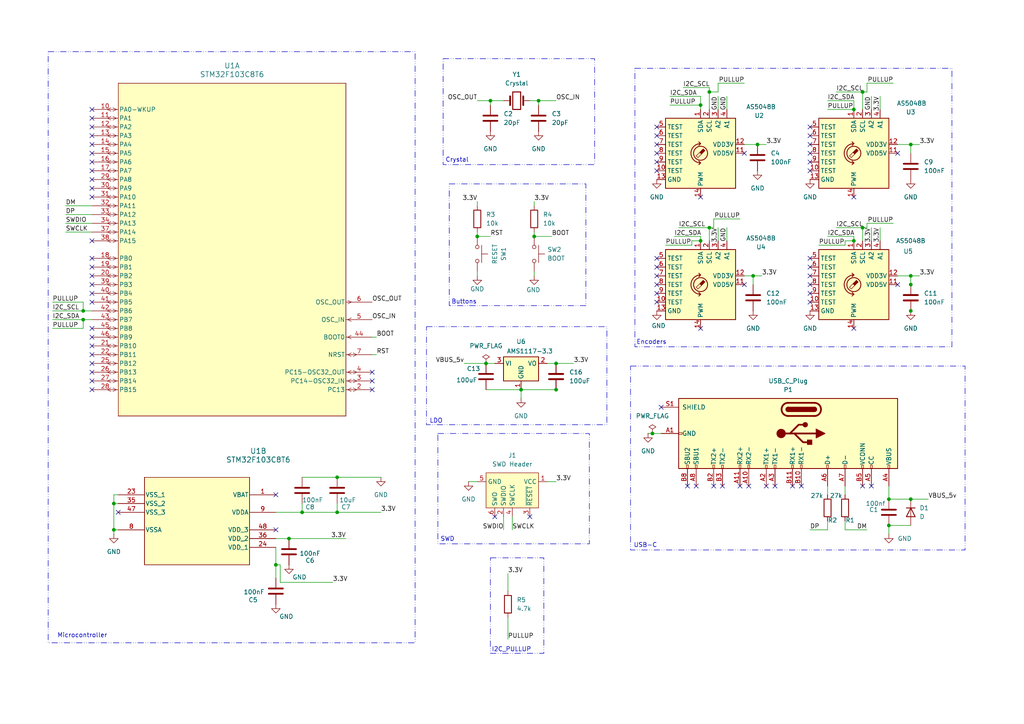
<source format=kicad_sch>
(kicad_sch (version 20250114) (generator "eeschema") (generator_version "9.0")
  (paper "A4")
  (lib_symbols
    (symbol "Connector:Conn_ARM_SWD_TagConnect_TC2030-NL" (in_bom no)
      (property "Reference" "J" (at 2.54 11.43 0))
      (property "Value" "Conn_ARM_SWD_TagConnect_TC2030-NL" (at 2.54 8.89 0))
      (symbol "Conn_ARM_SWD_TagConnect_TC2030-NL_0_0"
        (pin power_in line (at -2.54 10.16 270) (length 2.54) (name "VCC") (number "1"))
        (pin power_in line (at -2.54 -10.16 90) (length 2.54) (name "GND") (number "5"))
        (pin open_collector line (at 7.62 5.08 180) (length 2.54) (name "~{RESET}") (number "3"))
        (pin output line (at 7.62 0 180) (length 2.54) (name "SWCLK") (number "4"))
        (pin bidirectional line (at 7.62 -2.54 180) (length 2.54) (name "SWDIO") (number "2"))
        (pin input line (at 7.62 -5.08 180) (length 2.54) (name "SWO") (number "6"))
      )
    )
    (symbol "Connector:USB_C_Plug" (pin_names (offset 1.016))
      (property "Reference" "P" (at -10.16 29.21 0))
      (property "Value" "USB_C_Plug" (at 10.16 29.21 0))
      (symbol "USB_C_Plug_1_1"
        (pin passive line (at -7.62 -40.64 90) (length 5.08) (name "SHIELD") (number "S1"))
        (pin passive line (at 0 -40.64 90) (length 5.08) (name "GND") (number "A1"))
        (pin passive line (at 0 -40.64 90) (length 5.08) (hide yes) (name "GND") (number "A12"))
        (pin passive line (at 0 -40.64 90) (length 5.08) (hide yes) (name "GND") (number "B1"))
        (pin passive line (at 0 -40.64 90) (length 5.08) (hide yes) (name "GND") (number "B12"))
        (pin passive line (at 15.24 25.4 180) (length 5.08) (name "VBUS") (number "A4"))
        (pin passive line (at 15.24 25.4 180) (length 5.08) (hide yes) (name "VBUS") (number "A9"))
        (pin passive line (at 15.24 25.4 180) (length 5.08) (hide yes) (name "VBUS") (number "B4"))
        (pin passive line (at 15.24 25.4 180) (length 5.08) (hide yes) (name "VBUS") (number "B9"))
        (pin bidirectional line (at 15.24 20.32 180) (length 5.08) (name "CC") (number "A5"))
        (pin bidirectional line (at 15.24 17.78 180) (length 5.08) (name "VCONN") (number "B5"))
        (pin bidirectional line (at 15.24 12.7 180) (length 5.08) (name "D-") (number "A7"))
        (pin bidirectional line (at 15.24 7.62 180) (length 5.08) (name "D+") (number "A6"))
        (pin bidirectional line (at 15.24 0 180) (length 5.08) (name "RX1-") (number "B10"))
        (pin bidirectional line (at 15.24 -2.54 180) (length 5.08) (name "RX1+") (number "B11"))
        (pin bidirectional line (at 15.24 -7.62 180) (length 5.08) (name "TX1-") (number "A3"))
        (pin bidirectional line (at 15.24 -10.16 180) (length 5.08) (name "TX1+") (number "A2"))
        (pin bidirectional line (at 15.24 -15.24 180) (length 5.08) (name "RX2-") (number "A10"))
        (pin bidirectional line (at 15.24 -17.78 180) (length 5.08) (name "RX2+") (number "A11"))
        (pin bidirectional line (at 15.24 -22.86 180) (length 5.08) (name "TX2-") (number "B3"))
        (pin bidirectional line (at 15.24 -25.4 180) (length 5.08) (name "TX2+") (number "B2"))
        (pin bidirectional line (at 15.24 -30.48 180) (length 5.08) (name "SBU1") (number "A8"))
        (pin bidirectional line (at 15.24 -33.02 180) (length 5.08) (name "SBU2") (number "B8"))
      )
    )
    (symbol "Device:C" (pin_numbers (hide yes)) (pin_names (offset 0.254))
      (property "Reference" "C" (at 0.635 2.54 0))
      (property "Value" "C" (at 0.635 -2.54 0))
      (symbol "C_1_1"
        (pin passive line (at 0 3.81 270) (length 2.794) (name "~") (number "1"))
        (pin passive line (at 0 -3.81 90) (length 2.794) (name "~") (number "2"))
      )
    )
    (symbol "Device:Crystal" (pin_numbers (hide yes)) (pin_names (offset 1.016) (hide yes))
      (property "Reference" "Y" (at 0 3.81 0))
      (property "Value" "Crystal" (at 0 -3.81 0))
      (symbol "Crystal_1_1"
        (pin passive line (at -3.81 0 0) (length 1.27) (name "1") (number "1"))
        (pin passive line (at 3.81 0 180) (length 1.27) (name "2") (number "2"))
      )
    )
    (symbol "Device:D" (pin_numbers (hide yes)) (pin_names (offset 1.016) (hide yes))
      (property "Reference" "D" (at 0 2.54 0))
      (property "Value" "D" (at 0 -2.54 0))
      (symbol "D_1_1"
        (pin passive line (at -3.81 0 0) (length 2.54) (name "K") (number "1"))
        (pin passive line (at 3.81 0 180) (length 2.54) (name "A") (number "2"))
      )
    )
    (symbol "Device:R" (pin_numbers (hide yes)) (pin_names (offset 0))
      (property "Reference" "R" (at 2.032 0 90))
      (property "Value" "R" (at 0 0 90))
      (symbol "R_1_1"
        (pin passive line (at 0 3.81 270) (length 1.27) (name "~") (number "1"))
        (pin passive line (at 0 -3.81 90) (length 1.27) (name "~") (number "2"))
      )
    )
    (symbol "Regulator_Linear:AMS1117-3.3"
      (property "Reference" "U" (at -3.81 3.175 0))
      (property "Value" "AMS1117-3.3" (at 0 3.175 0))
      (symbol "AMS1117-3.3_1_1"
        (pin power_in line (at -7.62 0 0) (length 2.54) (name "VI") (number "3"))
        (pin power_in line (at 0 -7.62 90) (length 2.54) (name "GND") (number "1"))
        (pin power_out line (at 7.62 0 180) (length 2.54) (name "VO") (number "2"))
      )
    )
    (symbol "STM32F103C8T6_1" (pin_names (offset 0.254))
      (property "Reference" "U1" (at 40.64 12.7 0))
      (property "Value" "STM32F103C8T6" (at 40.64 10.16 0))
      (symbol "STM32F103C8T6_1_1_1"
        (pin bidirectional line (at 0 0 0) (length 7.62) (name "PA0-WKUP") (number "10"))
        (pin bidirectional line (at 0 -2.54 0) (length 7.62) (name "PA1") (number "11"))
        (pin bidirectional line (at 0 -5.08 0) (length 7.62) (name "PA2") (number "12"))
        (pin bidirectional line (at 0 -7.62 0) (length 7.62) (name "PA3") (number "13"))
        (pin bidirectional line (at 0 -10.16 0) (length 7.62) (name "PA4") (number "14"))
        (pin bidirectional line (at 0 -12.7 0) (length 7.62) (name "PA5") (number "15"))
        (pin bidirectional line (at 0 -15.24 0) (length 7.62) (name "PA6") (number "16"))
        (pin bidirectional line (at 0 -17.78 0) (length 7.62) (name "PA7") (number "17"))
        (pin bidirectional line (at 0 -20.32 0) (length 7.62) (name "PA8") (number "29"))
        (pin bidirectional line (at 0 -22.86 0) (length 7.62) (name "PA9") (number "30"))
        (pin bidirectional line (at 0 -25.4 0) (length 7.62) (name "PA10") (number "31"))
        (pin bidirectional line (at 0 -27.94 0) (length 7.62) (name "PA11") (number "32"))
        (pin bidirectional line (at 0 -30.48 0) (length 7.62) (name "PA12") (number "33"))
        (pin bidirectional line (at 0 -33.02 0) (length 7.62) (name "PA13") (number "34"))
        (pin bidirectional line (at 0 -35.56 0) (length 7.62) (name "PA14") (number "37"))
        (pin bidirectional line (at 0 -38.1 0) (length 7.62) (name "PA15") (number "38"))
        (pin bidirectional line (at 0 -43.18 0) (length 7.62) (name "PB0") (number "18"))
        (pin bidirectional line (at 0 -45.72 0) (length 7.62) (name "PB1") (number "19"))
        (pin bidirectional line (at 0 -48.26 0) (length 7.62) (name "PB2") (number "20"))
        (pin bidirectional line (at 0 -50.8 0) (length 7.62) (name "PB3") (number "39"))
        (pin bidirectional line (at 0 -53.34 0) (length 7.62) (name "PB4") (number "40"))
        (pin bidirectional line (at 0 -55.88 0) (length 7.62) (name "PB5") (number "41"))
        (pin bidirectional line (at 0 -58.42 0) (length 7.62) (name "PB6") (number "42"))
        (pin bidirectional line (at 0 -60.96 0) (length 7.62) (name "PB7") (number "43"))
        (pin bidirectional line (at 0 -63.5 0) (length 7.62) (name "PB8") (number "45"))
        (pin bidirectional line (at 0 -66.04 0) (length 7.62) (name "PB9") (number "46"))
        (pin bidirectional line (at 0 -68.58 0) (length 7.62) (name "PB10") (number "21"))
        (pin bidirectional line (at 0 -71.12 0) (length 7.62) (name "PB11") (number "22"))
        (pin bidirectional line (at 0 -73.66 0) (length 7.62) (name "PB12") (number "25"))
        (pin bidirectional line (at 0 -76.2 0) (length 7.62) (name "PB13") (number "26"))
        (pin bidirectional line (at 0 -78.74 0) (length 7.62) (name "PB14") (number "27"))
        (pin bidirectional line (at 0 -81.28 0) (length 7.62) (name "PB15") (number "28"))
        (pin output line (at 81.28 -55.88 180) (length 7.62) (name "OSC_OUT") (number "6"))
        (pin input line (at 81.28 -60.96 180) (length 7.62) (name "OSC_IN") (number "5"))
        (pin input line (at 81.28 -66.04 180) (length 7.62) (name "BOOT0") (number "44"))
        (pin bidirectional line (at 81.28 -71.12 180) (length 7.62) (name "NRST") (number "7"))
        (pin bidirectional line (at 81.28 -76.2 180) (length 7.62) (name "PC15-OSC32_OUT") (number "4"))
        (pin bidirectional line (at 81.28 -78.74 180) (length 7.62) (name "PC14-OSC32_IN") (number "3"))
        (pin bidirectional line (at 81.28 -81.28 180) (length 7.62) (name "PC13") (number "2"))
      )
      (symbol "STM32F103C8T6_1_2_1"
        (pin power_in line (at 0 0 0) (length 7.62) (name "VSS_1") (number "23"))
        (pin power_in line (at 0 -2.54 0) (length 7.62) (name "VSS_2") (number "35"))
        (pin power_in line (at 0 -5.08 0) (length 7.62) (name "VSS_3") (number "47"))
        (pin power_in line (at 0 -10.16 0) (length 7.62) (name "VSSA") (number "8"))
        (pin power_in line (at 45.72 0 180) (length 7.62) (name "VBAT") (number "1"))
        (pin power_in line (at 45.72 -5.08 180) (length 7.62) (name "VDDA") (number "9"))
        (pin power_in line (at 45.72 -10.16 180) (length 7.62) (name "VDD_3") (number "48"))
        (pin power_in line (at 45.72 -12.7 180) (length 7.62) (name "VDD_2") (number "36"))
        (pin power_in line (at 45.72 -15.24 180) (length 7.62) (name "VDD_1") (number "24"))
      )
    )
    (symbol "Sensor_Magnetic:AS5048B"
      (property "Reference" "U" (at -10.16 11.43 0))
      (property "Value" "AS5048B" (at 10.16 11.43 0))
      (symbol "AS5048B_1_1"
        (pin input line (at -12.7 7.62 0) (length 2.54) (name "A1") (number "4"))
        (pin input line (at -12.7 5.08 0) (length 2.54) (name "A2") (number "3"))
        (pin input line (at -12.7 2.54 0) (length 2.54) (name "SCL") (number "2"))
        (pin bidirectional line (at -12.7 0 0) (length 2.54) (name "SDA") (number "1"))
        (pin passive line (at -7.62 -12.7 90) (length 2.54) (name "TEST") (number "5"))
        (pin passive line (at -5.08 -12.7 90) (length 2.54) (name "TEST") (number "6"))
        (pin power_in line (at -2.54 12.7 270) (length 2.54) (name "VDD3V") (number "12"))
        (pin passive line (at -2.54 -12.7 90) (length 2.54) (name "TEST") (number "7"))
        (pin power_in line (at 0 12.7 270) (length 2.54) (name "VDD5V") (number "11"))
        (pin passive line (at 0 -12.7 90) (length 2.54) (name "TEST") (number "8"))
        (pin passive line (at 2.54 -12.7 90) (length 2.54) (name "TEST") (number "9"))
        (pin passive line (at 5.08 -12.7 90) (length 2.54) (name "TEST") (number "10"))
        (pin power_in line (at 7.62 -12.7 90) (length 2.54) (name "GND") (number "13"))
        (pin output line (at 12.7 0 180) (length 2.54) (name "PWM") (number "14"))
      )
    )
    (symbol "Stm:STM32F103C8T6" (pin_names (offset 0.254))
      (property "Reference" "U1" (at 40.64 12.7 0))
      (property "Value" "STM32F103C8T6" (at 40.64 10.16 0))
      (symbol "STM32F103C8T6_1_1"
        (pin bidirectional line (at 0 0 0) (length 7.62) (name "PA0-WKUP") (number "10"))
        (pin bidirectional line (at 0 -2.54 0) (length 7.62) (name "PA1") (number "11"))
        (pin bidirectional line (at 0 -5.08 0) (length 7.62) (name "PA2") (number "12"))
        (pin bidirectional line (at 0 -7.62 0) (length 7.62) (name "PA3") (number "13"))
        (pin bidirectional line (at 0 -10.16 0) (length 7.62) (name "PA4") (number "14"))
        (pin bidirectional line (at 0 -12.7 0) (length 7.62) (name "PA5") (number "15"))
        (pin bidirectional line (at 0 -15.24 0) (length 7.62) (name "PA6") (number "16"))
        (pin bidirectional line (at 0 -17.78 0) (length 7.62) (name "PA7") (number "17"))
        (pin bidirectional line (at 0 -20.32 0) (length 7.62) (name "PA8") (number "29"))
        (pin bidirectional line (at 0 -22.86 0) (length 7.62) (name "PA9") (number "30"))
        (pin bidirectional line (at 0 -25.4 0) (length 7.62) (name "PA10") (number "31"))
        (pin bidirectional line (at 0 -27.94 0) (length 7.62) (name "PA11") (number "32"))
        (pin bidirectional line (at 0 -30.48 0) (length 7.62) (name "PA12") (number "33"))
        (pin bidirectional line (at 0 -33.02 0) (length 7.62) (name "PA13") (number "34"))
        (pin bidirectional line (at 0 -35.56 0) (length 7.62) (name "PA14") (number "37"))
        (pin bidirectional line (at 0 -38.1 0) (length 7.62) (name "PA15") (number "38"))
        (pin bidirectional line (at 0 -43.18 0) (length 7.62) (name "PB0") (number "18"))
        (pin bidirectional line (at 0 -45.72 0) (length 7.62) (name "PB1") (number "19"))
        (pin bidirectional line (at 0 -48.26 0) (length 7.62) (name "PB2") (number "20"))
        (pin bidirectional line (at 0 -50.8 0) (length 7.62) (name "PB3") (number "39"))
        (pin bidirectional line (at 0 -53.34 0) (length 7.62) (name "PB4") (number "40"))
        (pin bidirectional line (at 0 -55.88 0) (length 7.62) (name "PB5") (number "41"))
        (pin bidirectional line (at 0 -58.42 0) (length 7.62) (name "PB6") (number "42"))
        (pin bidirectional line (at 0 -60.96 0) (length 7.62) (name "PB7") (number "43"))
        (pin bidirectional line (at 0 -63.5 0) (length 7.62) (name "PB8") (number "45"))
        (pin bidirectional line (at 0 -66.04 0) (length 7.62) (name "PB9") (number "46"))
        (pin bidirectional line (at 0 -68.58 0) (length 7.62) (name "PB10") (number "21"))
        (pin bidirectional line (at 0 -71.12 0) (length 7.62) (name "PB11") (number "22"))
        (pin bidirectional line (at 0 -73.66 0) (length 7.62) (name "PB12") (number "25"))
        (pin bidirectional line (at 0 -76.2 0) (length 7.62) (name "PB13") (number "26"))
        (pin bidirectional line (at 0 -78.74 0) (length 7.62) (name "PB14") (number "27"))
        (pin bidirectional line (at 0 -81.28 0) (length 7.62) (name "PB15") (number "28"))
        (pin output line (at 81.28 -55.88 180) (length 7.62) (name "OSC_OUT") (number "6"))
        (pin input line (at 81.28 -60.96 180) (length 7.62) (name "OSC_IN") (number "5"))
        (pin input line (at 81.28 -66.04 180) (length 7.62) (name "BOOT0") (number "44"))
        (pin bidirectional line (at 81.28 -71.12 180) (length 7.62) (name "NRST") (number "7"))
        (pin bidirectional line (at 81.28 -76.2 180) (length 7.62) (name "PC15-OSC32_OUT") (number "4"))
        (pin bidirectional line (at 81.28 -78.74 180) (length 7.62) (name "PC14-OSC32_IN") (number "3"))
        (pin bidirectional line (at 81.28 -81.28 180) (length 7.62) (name "PC13") (number "2"))
      )
      (symbol "STM32F103C8T6_2_1"
        (pin power_in line (at 0 0 0) (length 7.62) (name "VSS_1") (number "23"))
        (pin power_in line (at 0 -2.54 0) (length 7.62) (name "VSS_2") (number "35"))
        (pin power_in line (at 0 -5.08 0) (length 7.62) (name "VSS_3") (number "47"))
        (pin power_in line (at 0 -10.16 0) (length 7.62) (name "VSSA") (number "8"))
        (pin power_in line (at 45.72 0 180) (length 7.62) (name "VBAT") (number "1"))
        (pin power_in line (at 45.72 -5.08 180) (length 7.62) (name "VDDA") (number "9"))
        (pin power_in line (at 45.72 -10.16 180) (length 7.62) (name "VDD_3") (number "48"))
        (pin power_in line (at 45.72 -12.7 180) (length 7.62) (name "VDD_2") (number "36"))
        (pin power_in line (at 45.72 -15.24 180) (length 7.62) (name "VDD_1") (number "24"))
      )
    )
    (symbol "Switch:SW_Push" (pin_numbers (hide yes)) (pin_names (offset 1.016) (hide yes))
      (property "Reference" "SW" (at 1.27 2.54 0))
      (property "Value" "SW_Push" (at 0 -1.524 0))
      (symbol "SW_Push_0_1"
        (pin passive line (at -5.08 0 0) (length 2.54) (name "1") (number "1"))
        (pin passive line (at 5.08 0 180) (length 2.54) (name "2") (number "2"))
      )
    )
    (symbol "power:GND" (power) (pin_numbers (hide yes)) (pin_names (offset 0) (hide yes))
      (property "Value" "GND" (at 0 -3.81 0))
      (symbol "GND_1_1"
        (pin power_in line (at 0 0 270) (length 0) (name "~") (number "1"))
      )
    )
    (symbol "power:PWR_FLAG" (power) (pin_numbers (hide yes)) (pin_names (offset 0) (hide yes))
      (property "Value" "PWR_FLAG" (at 0 3.81 0))
      (symbol "PWR_FLAG_0_0"
        (pin power_out line (at 0 0 90) (length 0) (name "~") (number "1"))
      )
    )
  )
  (text "LDO\n" (at 126.492 122.174 0) (effects (font (size 1.27 1.27))))
  (text "Encoders\n" (at 188.976 99.314 0) (effects (font (size 1.27 1.27))))
  (text "USB-C" (at 187.198 158.242 0) (effects (font (size 1.27 1.27))))
  (text "Microcontroller" (at 23.876 184.404 0) (effects (font (size 1.27 1.27))))
  (text "Buttons\n" (at 134.62 87.63 0) (effects (font (size 1.27 1.27))))
  (text "I2C_PULLUP" (at 148.336 188.468 0) (effects (font (size 1.27 1.27))))
  (text "SWD\n" (at 129.794 156.464 0) (effects (font (size 1.27 1.27))))
  (text "Crystal" (at 132.588 46.482 0) (effects (font (size 1.27 1.27))))
  (text_box "" (at 184.15 19.812 0) (size 91.948 80.772) (margins 0.9525 0.9525 0.9525 0.9525) (stroke (width 0) (type dash_dot_dot)) (effects (font (size 1.27 1.27)) (justify left top)))
  (text_box "" (at 13.97 14.986 0) (size 106.426 171.45) (margins 0.9525 0.9525 0.9525 0.9525) (stroke (width 0) (type dash_dot_dot)) (effects (font (size 1.27 1.27)) (justify left top)))
  (text_box "" (at 128.524 17.018 0) (size 43.942 30.734) (margins 0.9525 0.9525 0.9525 0.9525) (stroke (width 0) (type dash_dot_dot)) (effects (font (size 1.27 1.27)) (justify left top)))
  (text_box "" (at 130.302 53.34 0) (size 39.624 35.306) (margins 0.9525 0.9525 0.9525 0.9525) (stroke (width 0) (type dash_dot_dot)) (effects (font (size 1.27 1.27)) (justify left top)))
  (text_box "" (at 123.698 94.742 0) (size 52.324 28.448) (margins 0.9525 0.9525 0.9525 0.9525) (stroke (width 0) (type dash_dot_dot)) (effects (font (size 1.27 1.27)) (justify left top)))
  (text_box "" (at 142.24 161.798 0) (size 15.494 27.686) (margins 0.9525 0.9525 0.9525 0.9525) (stroke (width 0) (type dash_dot_dot)) (effects (font (size 1.27 1.27)) (justify left top)))
  (text_box "" (at 127 125.73 0) (size 43.942 32.004) (margins 0.9525 0.9525 0.9525 0.9525) (stroke (width 0) (type dash_dot_dot)) (effects (font (size 1.27 1.27)) (justify left top)))
  (text_box "" (at 182.88 106.172 0) (size 97.028 53.34) (margins 0.9525 0.9525 0.9525 0.9525) (stroke (width 0) (type dash_dot_dot)) (effects (font (size 1.27 1.27)) (justify left top)))
  (junction (at 156.21 29.21))
  (junction (at 80.01 163.83))
  (junction (at 97.79 148.59))
  (junction (at 250.19 66.04))
  (junction (at 264.16 41.91))
  (junction (at 138.43 68.58))
  (junction (at 24.13 90.17))
  (junction (at 140.97 105.41))
  (junction (at 161.29 113.03))
  (junction (at 33.02 146.05))
  (junction (at 257.81 152.4))
  (junction (at 142.24 29.21))
  (junction (at 250.19 26.67))
  (junction (at 264.16 144.78))
  (junction (at 264.16 82.55))
  (junction (at 264.16 90.17))
  (junction (at 247.65 69.85))
  (junction (at 205.74 26.67))
  (junction (at 203.2 30.48))
  (junction (at 218.44 80.01))
  (junction (at 257.81 144.78))
  (junction (at 189.23 125.73))
  (junction (at 24.13 92.71))
  (junction (at 247.65 31.75))
  (junction (at 151.13 113.03))
  (junction (at 203.2 69.85))
  (junction (at 87.63 148.59))
  (junction (at 205.74 66.04))
  (junction (at 219.71 41.91))
  (junction (at 83.82 156.21))
  (junction (at 97.79 138.43))
  (junction (at 161.29 105.41))
  (junction (at 264.16 80.01))
  (junction (at 154.94 68.58))
  (junction (at 33.02 153.67))
  (no_connect (at 26.67 85.09))
  (no_connect (at 26.67 44.45))
  (no_connect (at 201.93 140.97))
  (no_connect (at 190.5 74.93))
  (no_connect (at 203.2 57.15))
  (no_connect (at 26.67 39.37))
  (no_connect (at 203.2 95.25))
  (no_connect (at 199.39 140.97))
  (no_connect (at 26.67 74.93))
  (no_connect (at 80.01 153.67))
  (no_connect (at 190.5 46.99))
  (no_connect (at 26.67 80.01))
  (no_connect (at 190.5 39.37))
  (no_connect (at 234.95 80.01))
  (no_connect (at 252.73 140.97))
  (no_connect (at 153.67 149.86))
  (no_connect (at 26.67 105.41))
  (no_connect (at 190.5 41.91))
  (no_connect (at 232.41 140.97))
  (no_connect (at 214.63 140.97))
  (no_connect (at 234.95 49.53))
  (no_connect (at 224.79 140.97))
  (no_connect (at 190.5 36.83))
  (no_connect (at 26.67 52.07))
  (no_connect (at 234.95 82.55))
  (no_connect (at 260.35 82.55))
  (no_connect (at 191.77 118.11))
  (no_connect (at 250.19 140.97))
  (no_connect (at 26.67 107.95))
  (no_connect (at 215.9 44.45))
  (no_connect (at 26.67 31.75))
  (no_connect (at 190.5 44.45))
  (no_connect (at 234.95 46.99))
  (no_connect (at 190.5 49.53))
  (no_connect (at 107.95 110.49))
  (no_connect (at 234.95 85.09))
  (no_connect (at 26.67 87.63))
  (no_connect (at 260.35 44.45))
  (no_connect (at 190.5 80.01))
  (no_connect (at 26.67 41.91))
  (no_connect (at 234.95 36.83))
  (no_connect (at 26.67 82.55))
  (no_connect (at 234.95 74.93))
  (no_connect (at 143.51 149.86))
  (no_connect (at 26.67 110.49))
  (no_connect (at 26.67 100.33))
  (no_connect (at 26.67 102.87))
  (no_connect (at 234.95 77.47))
  (no_connect (at 107.95 107.95))
  (no_connect (at 234.95 87.63))
  (no_connect (at 190.5 85.09))
  (no_connect (at 234.95 44.45))
  (no_connect (at 26.67 36.83))
  (no_connect (at 234.95 41.91))
  (no_connect (at 26.67 95.25))
  (no_connect (at 247.65 57.15))
  (no_connect (at 26.67 97.79))
  (no_connect (at 80.01 143.51))
  (no_connect (at 190.5 87.63))
  (no_connect (at 26.67 54.61))
  (no_connect (at 26.67 46.99))
  (no_connect (at 34.29 148.59))
  (no_connect (at 229.87 140.97))
  (no_connect (at 26.67 49.53))
  (no_connect (at 26.67 113.03))
  (no_connect (at 234.95 39.37))
  (no_connect (at 190.5 77.47))
  (no_connect (at 26.67 69.85))
  (no_connect (at 26.67 34.29))
  (no_connect (at 215.9 82.55))
  (no_connect (at 222.25 140.97))
  (no_connect (at 217.17 140.97))
  (no_connect (at 209.55 140.97))
  (no_connect (at 190.5 82.55))
  (no_connect (at 207.01 140.97))
  (no_connect (at 26.67 57.15))
  (no_connect (at 247.65 95.25))
  (no_connect (at 26.67 77.47))
  (no_connect (at 107.95 113.03))
  (wire (pts (xy 156.21 29.21) (xy 156.21 30.48)))
  (wire (pts (xy 208.28 26.67) (xy 208.28 24.13)))
  (wire (pts (xy 251.46 64.77) (xy 259.08 64.77)))
  (wire (pts (xy 24.13 90.17) (xy 26.67 90.17)))
  (wire (pts (xy 264.16 41.91) (xy 266.7 41.91)))
  (wire (pts (xy 251.46 66.04) (xy 251.46 64.77)))
  (wire (pts (xy 196.85 66.04) (xy 205.74 66.04)))
  (wire (pts (xy 138.43 78.74) (xy 138.43 80.01)))
  (wire (pts (xy 245.11 143.51) (xy 245.11 140.97)))
  (wire (pts (xy 264.16 80.01) (xy 266.7 80.01)))
  (wire (pts (xy 255.27 66.04) (xy 255.27 69.85)))
  (wire (pts (xy 207.01 66.04) (xy 207.01 63.5)))
  (wire (pts (xy 24.13 87.63) (xy 24.13 90.17)))
  (wire (pts (xy 200.66 69.85) (xy 200.66 71.12)))
  (wire (pts (xy 203.2 69.85) (xy 200.66 69.85)))
  (wire (pts (xy 15.24 95.25) (xy 24.13 95.25)))
  (wire (pts (xy 154.94 68.58) (xy 160.02 68.58)))
  (wire (pts (xy 142.24 29.21) (xy 142.24 30.48)))
  (wire (pts (xy 203.2 30.48) (xy 203.2 31.75)))
  (wire (pts (xy 19.05 64.77) (xy 26.67 64.77)))
  (wire (pts (xy 135.89 139.7) (xy 138.43 139.7)))
  (wire (pts (xy 255.27 27.94) (xy 255.27 31.75)))
  (wire (pts (xy 15.24 92.71) (xy 24.13 92.71)))
  (wire (pts (xy 252.73 27.94) (xy 252.73 31.75)))
  (wire (pts (xy 107.95 97.79) (xy 109.22 97.79)))
  (wire (pts (xy 218.44 80.01) (xy 220.98 80.01)))
  (wire (pts (xy 15.24 87.63) (xy 24.13 87.63)))
  (wire (pts (xy 257.81 152.4) (xy 257.81 154.94)))
  (wire (pts (xy 250.19 26.67) (xy 250.19 31.75)))
  (wire (pts (xy 240.03 68.58) (xy 247.65 68.58)))
  (wire (pts (xy 189.23 125.73) (xy 187.96 125.73)))
  (wire (pts (xy 251.46 26.67) (xy 251.46 24.13)))
  (wire (pts (xy 97.79 146.05) (xy 97.79 148.59)))
  (wire (pts (xy 264.16 144.78) (xy 269.24 144.78)))
  (wire (pts (xy 97.79 148.59) (xy 110.49 148.59)))
  (wire (pts (xy 154.94 67.31) (xy 154.94 68.58)))
  (wire (pts (xy 153.67 29.21) (xy 156.21 29.21)))
  (wire (pts (xy 210.82 66.04) (xy 210.82 69.85)))
  (wire (pts (xy 24.13 92.71) (xy 26.67 92.71)))
  (wire (pts (xy 154.94 78.74) (xy 154.94 80.01)))
  (wire (pts (xy 81.28 163.83) (xy 80.01 163.83)))
  (wire (pts (xy 87.63 138.43) (xy 97.79 138.43)))
  (wire (pts (xy 19.05 67.31) (xy 26.67 67.31)))
  (wire (pts (xy 251.46 24.13) (xy 259.08 24.13)))
  (wire (pts (xy 193.04 71.12) (xy 200.66 71.12)))
  (wire (pts (xy 81.28 163.83) (xy 81.28 168.91)))
  (wire (pts (xy 208.28 27.94) (xy 208.28 31.75)))
  (wire (pts (xy 83.82 156.21) (xy 100.33 156.21)))
  (wire (pts (xy 240.03 153.67) (xy 240.03 151.13)))
  (wire (pts (xy 138.43 59.69) (xy 138.43 58.42)))
  (wire (pts (xy 195.58 68.58) (xy 203.2 68.58)))
  (wire (pts (xy 210.82 27.94) (xy 210.82 31.75)))
  (wire (pts (xy 240.03 29.21) (xy 247.65 29.21)))
  (wire (pts (xy 140.97 105.41) (xy 143.51 105.41)))
  (wire (pts (xy 33.02 143.51) (xy 33.02 146.05)))
  (wire (pts (xy 207.01 63.5) (xy 214.63 63.5)))
  (wire (pts (xy 198.12 25.4) (xy 205.74 25.4)))
  (wire (pts (xy 205.74 25.4) (xy 205.74 26.67)))
  (wire (pts (xy 148.59 149.86) (xy 148.59 153.67)))
  (wire (pts (xy 33.02 146.05) (xy 34.29 146.05)))
  (wire (pts (xy 242.57 66.04) (xy 250.19 66.04)))
  (wire (pts (xy 250.19 66.04) (xy 251.46 66.04)))
  (wire (pts (xy 257.81 152.4) (xy 264.16 152.4)))
  (wire (pts (xy 33.02 146.05) (xy 33.02 153.67)))
  (wire (pts (xy 138.43 29.21) (xy 142.24 29.21)))
  (wire (pts (xy 247.65 29.21) (xy 247.65 31.75)))
  (wire (pts (xy 234.95 153.67) (xy 240.03 153.67)))
  (wire (pts (xy 260.35 80.01) (xy 264.16 80.01)))
  (wire (pts (xy 80.01 167.64) (xy 80.01 163.83)))
  (wire (pts (xy 24.13 95.25) (xy 24.13 92.71)))
  (wire (pts (xy 208.28 24.13) (xy 215.9 24.13)))
  (wire (pts (xy 215.9 80.01) (xy 218.44 80.01)))
  (wire (pts (xy 219.71 41.91) (xy 222.25 41.91)))
  (wire (pts (xy 33.02 153.67) (xy 33.02 154.94)))
  (wire (pts (xy 80.01 148.59) (xy 87.63 148.59)))
  (wire (pts (xy 147.32 179.07) (xy 147.32 185.42)))
  (wire (pts (xy 240.03 143.51) (xy 240.03 140.97)))
  (wire (pts (xy 257.81 144.78) (xy 264.16 144.78)))
  (wire (pts (xy 205.74 26.67) (xy 205.74 31.75)))
  (wire (pts (xy 203.2 68.58) (xy 203.2 69.85)))
  (wire (pts (xy 158.75 105.41) (xy 161.29 105.41)))
  (wire (pts (xy 203.2 27.94) (xy 203.2 30.48)))
  (wire (pts (xy 134.62 105.41) (xy 140.97 105.41)))
  (wire (pts (xy 142.24 29.21) (xy 146.05 29.21)))
  (wire (pts (xy 189.23 125.73) (xy 191.77 125.73)))
  (wire (pts (xy 19.05 62.23) (xy 26.67 62.23)))
  (wire (pts (xy 247.65 69.85) (xy 245.11 69.85)))
  (wire (pts (xy 107.95 102.87) (xy 109.22 102.87)))
  (wire (pts (xy 158.75 139.7) (xy 161.29 139.7)))
  (wire (pts (xy 205.74 66.04) (xy 205.74 69.85)))
  (wire (pts (xy 251.46 153.67) (xy 245.11 153.67)))
  (wire (pts (xy 87.63 148.59) (xy 97.79 148.59)))
  (wire (pts (xy 34.29 143.51) (xy 33.02 143.51)))
  (wire (pts (xy 154.94 58.42) (xy 154.94 59.69)))
  (wire (pts (xy 247.65 68.58) (xy 247.65 69.85)))
  (wire (pts (xy 34.29 153.67) (xy 33.02 153.67)))
  (wire (pts (xy 80.01 156.21) (xy 83.82 156.21)))
  (wire (pts (xy 97.79 138.43) (xy 110.49 138.43)))
  (wire (pts (xy 151.13 113.03) (xy 151.13 115.57)))
  (wire (pts (xy 264.16 80.01) (xy 264.16 82.55)))
  (wire (pts (xy 147.32 166.37) (xy 147.32 171.45)))
  (wire (pts (xy 242.57 26.67) (xy 250.19 26.67)))
  (wire (pts (xy 237.49 71.12) (xy 245.11 71.12)))
  (wire (pts (xy 260.35 41.91) (xy 264.16 41.91)))
  (wire (pts (xy 15.24 90.17) (xy 24.13 90.17)))
  (wire (pts (xy 215.9 41.91) (xy 219.71 41.91)))
  (wire (pts (xy 194.31 30.48) (xy 203.2 30.48)))
  (wire (pts (xy 146.05 149.86) (xy 146.05 153.67)))
  (wire (pts (xy 218.44 80.01) (xy 218.44 82.55)))
  (wire (pts (xy 156.21 29.21) (xy 161.29 29.21)))
  (wire (pts (xy 138.43 67.31) (xy 138.43 68.58)))
  (wire (pts (xy 194.31 27.94) (xy 203.2 27.94)))
  (wire (pts (xy 245.11 153.67) (xy 245.11 151.13)))
  (wire (pts (xy 151.13 113.03) (xy 161.29 113.03)))
  (wire (pts (xy 87.63 146.05) (xy 87.63 148.59)))
  (wire (pts (xy 161.29 105.41) (xy 166.37 105.41)))
  (wire (pts (xy 205.74 66.04) (xy 207.01 66.04)))
  (wire (pts (xy 80.01 158.75) (xy 80.01 163.83)))
  (wire (pts (xy 252.73 66.04) (xy 252.73 69.85)))
  (wire (pts (xy 205.74 26.67) (xy 208.28 26.67)))
  (wire (pts (xy 19.05 59.69) (xy 26.67 59.69)))
  (wire (pts (xy 250.19 26.67) (xy 251.46 26.67)))
  (wire (pts (xy 257.81 144.78) (xy 257.81 140.97)))
  (wire (pts (xy 208.28 66.04) (xy 208.28 69.85)))
  (wire (pts (xy 81.28 168.91) (xy 96.52 168.91)))
  (wire (pts (xy 140.97 113.03) (xy 151.13 113.03)))
  (wire (pts (xy 264.16 41.91) (xy 264.16 44.45)))
  (wire (pts (xy 250.19 66.04) (xy 250.19 69.85)))
  (wire (pts (xy 138.43 68.58) (xy 142.24 68.58)))
  (wire (pts (xy 245.11 69.85) (xy 245.11 71.12)))
  (wire (pts (xy 240.03 31.75) (xy 247.65 31.75)))
  (label "PULLUP" (at 147.32 185.42 0))
  (label "GND" (at 208.28 27.94 270))
  (label "PULLUP" (at 237.49 71.12 0))
  (label "RST" (at 142.24 68.58 0))
  (label "SWCLK" (at 19.05 67.31 0))
  (label "DM" (at 19.05 59.69 0))
  (label "3.3V" (at 266.7 80.01 0))
  (label "3.3V" (at 266.7 41.91 0))
  (label "PULLUP" (at 259.08 64.77 180))
  (label "3.3V" (at 220.98 80.01 0))
  (label "DM" (at 251.46 153.67 180))
  (label "3.3V" (at 147.32 166.37 0))
  (label "BOOT" (at 160.02 68.58 0))
  (label "PULLUP" (at 193.04 71.12 0))
  (label "3.3V" (at 154.94 58.42 0))
  (label "3.3V" (at 208.28 66.04 270))
  (label "BOOT" (at 109.22 97.79 0))
  (label "3.3V" (at 222.25 41.91 0))
  (label "PULLUP" (at 240.03 31.75 0))
  (label "PULLUP" (at 259.08 24.13 180))
  (label "I2C_SCL" (at 198.12 25.4 0))
  (label "3.3V" (at 110.49 148.59 0))
  (label "SWCLK" (at 148.59 153.67 0))
  (label "OSC_OUT" (at 138.43 29.21 180))
  (label "I2C_SCL" (at 242.57 26.67 0))
  (label "I2C_SCL" (at 15.24 90.17 0))
  (label "3.3V" (at 161.29 139.7 0))
  (label "I2C_SDA" (at 194.31 27.94 0))
  (label "PULLUP" (at 194.31 30.48 0))
  (label "OSC_IN" (at 161.29 29.21 0))
  (label "I2C_SDA" (at 15.24 92.71 0))
  (label "I2C_SCL" (at 242.57 66.04 0))
  (label "I2C_SDA" (at 240.03 68.58 0))
  (label "PULLUP" (at 15.24 87.63 0))
  (label "VBUS_5v" (at 134.62 105.41 180))
  (label "3.3V" (at 166.37 105.41 0))
  (label "PULLUP" (at 215.9 24.13 180))
  (label "3.3V" (at 96.52 168.91 0))
  (label "I2C_SDA" (at 240.03 29.21 0))
  (label "3.3V" (at 138.43 58.42 180))
  (label "SWDIO" (at 19.05 64.77 0))
  (label "DP" (at 19.05 62.23 0))
  (label "3.3V" (at 255.27 66.04 270))
  (label "3.3V" (at 252.73 66.04 270))
  (label "PULLUP" (at 15.24 95.25 0))
  (label "VBUS_5v" (at 269.24 144.78 0))
  (label "PULLUP" (at 214.63 63.5 180))
  (label "3.3V" (at 255.27 27.94 270))
  (label "OSC_IN" (at 107.95 92.71 0))
  (label "I2C_SCL" (at 196.85 66.04 0))
  (label "DP" (at 234.95 153.67 0))
  (label "GND" (at 210.82 66.04 270))
  (label "GND" (at 252.73 27.94 270))
  (label "OSC_OUT" (at 107.95 87.63 0))
  (label "GND" (at 210.82 27.94 270))
  (label "SWDIO" (at 146.05 153.67 180))
  (label "3.3V" (at 100.33 156.21 180))
  (label "I2C_SDA" (at 195.58 68.58 0))
  (label "RST" (at 109.22 102.87 0))
  (symbol (lib_id "Sensor_Magnetic:AS5048B") (at 247.65 82.55 270) (unit 1)
    (property "Reference" "U5" (at 263.398 72.898 90))
    (property "Value" "AS5048B" (at 264.16 69.85 90))
    (property "Footprint" "Package_SO:TSSOP-14_4.4x5mm_P0.65mm" (effects (hide yes)))
    (property "Datasheet" "https://ams.com/documents/20143/36005/AS5048_DS000298_4-00.pdf" (effects (hide yes)))
    (property "Description" "Magnetic position sensor, 14-bit, PWM output, I2C Interface, TSSOP-14" (effects (hide yes)))
  )
  (symbol (lib_id "Device:R") (at 245.11 147.32 180) (unit 1)
    (property "Reference" "R1" (at 247.904 150.876 0) (effects (justify left)))
    (property "Value" "27k" (at 244.348 143.764 0) (effects (justify left)))
    (property "Footprint" "Resistor_SMD:R_0805_2012Metric" (effects (hide yes)))
    (property "Description" "Resistor" (effects (hide yes)))
  )
  (symbol (lib_id "Device:C") (at 264.16 48.26 0) (unit 1)
    (property "Reference" "C9" (at 267.97 46.9899 0) (effects (justify left)))
    (property "Value" "100nF" (at 267.97 49.5299 0) (effects (justify left)))
    (property "Footprint" "Capacitor_SMD:C_0805_2012Metric" (effects (hide yes)))
    (property "Description" "Unpolarized capacitor" (effects (hide yes)))
  )
  (symbol (lib_id "Sensor_Magnetic:AS5048B") (at 203.2 82.55 270) (unit 1)
    (property "Reference" "U4" (at 220.726 71.628 90))
    (property "Value" "AS5048B" (at 220.726 69.088 90))
    (property "Footprint" "Package_SO:TSSOP-14_4.4x5mm_P0.65mm" (effects (hide yes)))
    (property "Datasheet" "https://ams.com/documents/20143/36005/AS5048_DS000298_4-00.pdf" (effects (hide yes)))
    (property "Description" "Magnetic position sensor, 14-bit, PWM output, I2C Interface, TSSOP-14" (effects (hide yes)))
  )
  (symbol (lib_id "Device:C") (at 80.01 171.45 180) (unit 1)
    (property "Reference" "C5" (at 73.406 173.99 0))
    (property "Value" "100nF" (at 73.66 171.704 0))
    (property "Footprint" "Capacitor_SMD:C_0805_2012Metric" (effects (hide yes)))
    (property "Description" "Unpolarized capacitor" (effects (hide yes)))
  )
  (symbol (lib_id "Device:D") (at 264.16 148.59 270) (unit 1)
    (property "Reference" "D1" (at 266.7 147.3199 90) (effects (justify left)))
    (property "Value" "D" (at 266.7 149.8599 90) (effects (justify left)))
    (property "Footprint" "Diode_SMD:D_0805_2012Metric" (effects (hide yes)))
    (property "Description" "Diode" (effects (hide yes)))
    (property "Sim.Device" "D" (effects (hide yes)))
    (property "Sim.Pins" "1=K 2=A" (effects (hide yes)))
  )
  (symbol (lib_id "Device:C") (at 161.29 109.22 0) (unit 1)
    (property "Reference" "C16" (at 165.1 107.9499 0) (effects (justify left)))
    (property "Value" "C" (effects (hide yes)))
    (property "Footprint" "Capacitor_SMD:C_0805_2012Metric" (effects (hide yes)))
    (property "Description" "Unpolarized capacitor" (effects (hide yes)))
  )
  (symbol (lib_id "power:GND") (at 142.24 38.1 0) (unit 1)
    (property "Reference" "#PWR08" (effects (hide yes)))
    (property "Value" "GND" (at 142.24 43.18 0))
    (property "Description" "Power symbol creates a global label with name \"GND\" , ground" (effects (hide yes)))
  )
  (symbol (lib_id "Switch:SW_Push") (at 138.43 73.66 270) (unit 1)
    (property "Reference" "SW1" (at 146.05 73.66 0))
    (property "Value" "RESET" (at 143.51 73.66 0))
    (property "Footprint" "Button_Switch_SMD:SW_Push_SPST_NO_Alps_SKRK" (effects (hide yes)))
    (property "Description" "Push button switch, generic, two pins" (effects (hide yes)))
  )
  (symbol (lib_id "power:GND") (at 154.94 80.01 0) (unit 1)
    (property "Reference" "#PWR020" (effects (hide yes)))
    (property "Value" "GND" (at 154.686 84.074 0))
    (property "Description" "Power symbol creates a global label with name \"GND\" , ground" (effects (hide yes)))
  )
  (symbol (lib_id "power:PWR_FLAG") (at 189.23 125.73 0) (unit 1)
    (property "Reference" "#FLG02" (effects (hide yes)))
    (property "Value" "PWR_FLAG" (at 189.23 120.65 0))
    (property "Description" "Special symbol for telling ERC where power comes from" (effects (hide yes)))
  )
  (symbol (lib_id "power:GND") (at 264.16 90.17 0) (unit 1)
    (property "Reference" "#PWR016" (effects (hide yes)))
    (property "Value" "GND" (at 264.16 95.25 0))
    (property "Description" "Power symbol creates a global label with name \"GND\" , ground" (effects (hide yes)))
  )
  (symbol (lib_id "power:GND") (at 234.95 90.17 0) (unit 1)
    (property "Reference" "#PWR012" (effects (hide yes)))
    (property "Value" "GND" (at 234.95 95.25 0))
    (property "Description" "Power symbol creates a global label with name \"GND\" , ground" (effects (hide yes)))
  )
  (symbol (lib_id "Switch:SW_Push") (at 154.94 73.66 270) (unit 1)
    (property "Reference" "SW2" (at 158.75 72.3899 90) (effects (justify left)))
    (property "Value" "BOOT" (at 158.75 74.9299 90) (effects (justify left)))
    (property "Footprint" "Button_Switch_SMD:SW_Push_SPST_NO_Alps_SKRK" (effects (hide yes)))
    (property "Description" "Push button switch, generic, two pins" (effects (hide yes)))
  )
  (symbol (lib_id "Stm:STM32F103C8T6") (at 34.29 143.51 0) (unit 2)
    (property "Reference" "U1" (at 74.93 130.81 0) (effects (font (size 1.524 1.524))))
    (property "Value" "STM32F103C8T6" (at 74.93 133.35 0) (effects (font (size 1.524 1.524))))
    (property "Footprint" "stm:LQFP48_STM" (effects (hide yes)))
    (property "Datasheet" "STM32F103C8T6" (effects (hide yes)))
  )
  (symbol (lib_id "power:GND") (at 135.89 139.7 0) (unit 1)
    (property "Reference" "#PWR07" (effects (hide yes)))
    (property "Value" "GND" (at 135.89 144.78 0))
    (property "Description" "Power symbol creates a global label with name \"GND\" , ground" (effects (hide yes)))
  )
  (symbol (lib_id "Device:C") (at 219.71 45.72 0) (unit 1)
    (property "Reference" "C4" (at 223.52 44.4499 0) (effects (justify left)))
    (property "Value" "100nF" (at 223.52 46.9899 0) (effects (justify left)))
    (property "Footprint" "Capacitor_SMD:C_0805_2012Metric" (effects (hide yes)))
    (property "Description" "Unpolarized capacitor" (effects (hide yes)))
  )
  (symbol (lib_id "Device:C") (at 156.21 34.29 0) (unit 1)
    (property "Reference" "C3" (at 160.02 33.0199 0) (effects (justify left)))
    (property "Value" "20pF" (at 160.02 35.5599 0) (effects (justify left)))
    (property "Footprint" "Capacitor_SMD:C_0805_2012Metric" (effects (hide yes)))
    (property "Description" "Unpolarized capacitor" (effects (hide yes)))
  )
  (symbol (lib_id "power:GND") (at 80.01 175.26 0) (unit 1)
    (property "Reference" "#PWR021" (effects (hide yes)))
    (property "Value" "GND" (at 83.058 178.816 0))
    (property "Description" "Power symbol creates a global label with name \"GND\" , ground" (effects (hide yes)))
  )
  (symbol (lib_id "Device:C") (at 97.79 142.24 0) (unit 1)
    (property "Reference" "C7" (at 100.33 147.066 0))
    (property "Value" "10uF" (at 100.838 145.034 0))
    (property "Footprint" "Capacitor_SMD:C_0805_2012Metric" (effects (hide yes)))
    (property "Description" "Unpolarized capacitor" (effects (hide yes)))
  )
  (symbol (lib_id "power:GND") (at 156.21 38.1 0) (unit 1)
    (property "Reference" "#PWR09" (effects (hide yes)))
    (property "Value" "GND" (at 156.21 43.18 0))
    (property "Description" "Power symbol creates a global label with name \"GND\" , ground" (effects (hide yes)))
  )
  (symbol (lib_id "power:GND") (at 110.49 138.43 0) (unit 1)
    (property "Reference" "#PWR05" (effects (hide yes)))
    (property "Value" "GND" (at 110.49 143.51 0))
    (property "Description" "Power symbol creates a global label with name \"GND\" , ground" (effects (hide yes)))
  )
  (symbol (lib_id "Connector:USB_C_Plug") (at 232.41 125.73 270) (unit 1)
    (property "Reference" "P1" (at 228.6 113.03 90))
    (property "Value" "USB_C_Plug" (at 228.6 110.49 90))
    (property "Footprint" "Connector_USB:USB_C_Plug_Molex_105444" (effects (hide yes)))
    (property "Datasheet" "https://www.usb.org/sites/default/files/documents/usb_type-c.zip" (effects (hide yes)))
    (property "Description" "USB Type-C Plug connector" (effects (hide yes)))
  )
  (symbol (lib_id "Device:R") (at 147.32 175.26 0) (unit 1)
    (property "Reference" "R5" (at 149.86 173.9899 0) (effects (justify left)))
    (property "Value" "4.7k" (at 149.86 176.5299 0) (effects (justify left)))
    (property "Footprint" "Resistor_SMD:R_0805_2012Metric" (effects (hide yes)))
    (property "Description" "Resistor" (effects (hide yes)))
  )
  (symbol (lib_id "Device:C") (at 257.81 148.59 180) (unit 1)
    (property "Reference" "C1" (at 254.762 147.828 0) (effects (justify left)))
    (property "Value" "100nf" (at 256.794 146.05 0) (effects (justify left)))
    (property "Footprint" "Capacitor_SMD:C_0805_2012Metric" (effects (hide yes)))
    (property "Description" "Unpolarized capacitor" (effects (hide yes)))
  )
  (symbol (lib_name "STM32F103C8T6_1") (lib_id "Stm:STM32F103C8T6") (at 26.67 31.75 0) (unit 1)
    (property "Reference" "U1" (at 67.31 19.05 0) (effects (font (size 1.524 1.524))))
    (property "Value" "STM32F103C8T6" (at 67.31 21.59 0) (effects (font (size 1.524 1.524))))
    (property "Footprint" "stm:LQFP48_STM" (effects (hide yes)))
    (property "Datasheet" "STM32F103C8T6" (effects (hide yes)))
  )
  (symbol (lib_id "Device:R") (at 240.03 147.32 180) (unit 1)
    (property "Reference" "R2" (at 242.824 150.876 0) (effects (justify left)))
    (property "Value" "27k" (at 238.76 143.764 0) (effects (justify left)))
    (property "Footprint" "Resistor_SMD:R_0805_2012Metric" (effects (hide yes)))
    (property "Description" "Resistor" (effects (hide yes)))
  )
  (symbol (lib_id "Device:C") (at 218.44 86.36 0) (unit 1)
    (property "Reference" "C12" (at 222.25 85.0899 0) (effects (justify left)))
    (property "Value" "100nF" (at 222.25 87.6299 0) (effects (justify left)))
    (property "Footprint" "Capacitor_SMD:C_0805_2012Metric" (effects (hide yes)))
    (property "Description" "Unpolarized capacitor" (effects (hide yes)))
  )
  (symbol (lib_id "Device:C") (at 161.29 109.22 0) (unit 1)
    (property "Reference" "C15" (effects (hide yes)))
    (property "Value" "100uF" (at 165.1 110.4899 0) (effects (justify left)))
    (property "Footprint" "Capacitor_SMD:C_0805_2012Metric" (effects (hide yes)))
    (property "Description" "Unpolarized capacitor" (effects (hide yes)))
  )
  (symbol (lib_id "power:GND") (at 219.71 49.53 0) (unit 1)
    (property "Reference" "#PWR014" (effects (hide yes)))
    (property "Value" "GND" (at 219.71 54.61 0))
    (property "Description" "Power symbol creates a global label with name \"GND\" , ground" (effects (hide yes)))
  )
  (symbol (lib_id "Sensor_Magnetic:AS5048B") (at 247.65 44.45 270) (unit 1)
    (property "Reference" "U3" (at 264.16 32.512 90))
    (property "Value" "AS5048B" (at 264.414 29.972 90))
    (property "Footprint" "Package_SO:TSSOP-14_4.4x5mm_P0.65mm" (effects (hide yes)))
    (property "Datasheet" "https://ams.com/documents/20143/36005/AS5048_DS000298_4-00.pdf" (effects (hide yes)))
    (property "Description" "Magnetic position sensor, 14-bit, PWM output, I2C Interface, TSSOP-14" (effects (hide yes)))
  )
  (symbol (lib_id "Device:C") (at 87.63 142.24 0) (unit 1)
    (property "Reference" "C8" (at 89.916 147.066 0))
    (property "Value" "100nF" (at 90.678 145.034 0))
    (property "Footprint" "Capacitor_SMD:C_0805_2012Metric" (effects (hide yes)))
    (property "Description" "Unpolarized capacitor" (effects (hide yes)))
  )
  (symbol (lib_id "power:GND") (at 187.96 125.73 0) (unit 1)
    (property "Reference" "#PWR01" (effects (hide yes)))
    (property "Value" "GND" (at 187.96 130.81 0))
    (property "Description" "Power symbol creates a global label with name \"GND\" , ground" (effects (hide yes)))
  )
  (symbol (lib_id "Regulator_Linear:AMS1117-3.3") (at 151.13 105.41 0) (unit 1)
    (property "Reference" "U6" (at 151.13 99.06 0))
    (property "Value" "AMS1117-3.3" (at 153.67 101.854 0))
    (property "Footprint" "Package_TO_SOT_SMD:SOT-223-3_TabPin2" (effects (hide yes)))
    (property "Datasheet" "http://www.advanced-monolithic.com/pdf/ds1117.pdf" (effects (hide yes)))
    (property "Description" "1A Low Dropout regulator, positive, 3.3V fixed output, SOT-223" (effects (hide yes)))
  )
  (symbol (lib_id "Device:C") (at 142.24 34.29 0) (unit 1)
    (property "Reference" "C2" (at 146.05 33.0199 0) (effects (justify left)))
    (property "Value" "20pF" (at 146.05 35.5599 0) (effects (justify left)))
    (property "Footprint" "Capacitor_SMD:C_0805_2012Metric" (effects (hide yes)))
    (property "Description" "Unpolarized capacitor" (effects (hide yes)))
  )
  (symbol (lib_id "power:PWR_FLAG") (at 140.97 105.41 0) (unit 1)
    (property "Reference" "#FLG01" (effects (hide yes)))
    (property "Value" "PWR_FLAG" (at 140.97 100.33 0))
    (property "Description" "Special symbol for telling ERC where power comes from" (effects (hide yes)))
  )
  (symbol (lib_id "power:GND") (at 218.44 90.17 0) (unit 1)
    (property "Reference" "#PWR017" (effects (hide yes)))
    (property "Value" "GND" (at 218.44 95.25 0))
    (property "Description" "Power symbol creates a global label with name \"GND\" , ground" (effects (hide yes)))
  )
  (symbol (lib_id "power:GND") (at 83.82 163.83 0) (unit 1)
    (property "Reference" "#PWR04" (effects (hide yes)))
    (property "Value" "GND" (at 86.868 167.386 0))
    (property "Description" "Power symbol creates a global label with name \"GND\" , ground" (effects (hide yes)))
  )
  (symbol (lib_id "Sensor_Magnetic:AS5048B") (at 203.2 44.45 270) (unit 1)
    (property "Reference" "U2" (at 220.218 33.528 90))
    (property "Value" "AS5048B" (at 220.726 30.988 90))
    (property "Footprint" "Package_SO:TSSOP-14_4.4x5mm_P0.65mm" (effects (hide yes)))
    (property "Datasheet" "https://ams.com/documents/20143/36005/AS5048_DS000298_4-00.pdf" (effects (hide yes)))
    (property "Description" "Magnetic position sensor, 14-bit, PWM output, I2C Interface, TSSOP-14" (effects (hide yes)))
  )
  (symbol (lib_id "power:GND") (at 264.16 52.07 0) (unit 1)
    (property "Reference" "#PWR015" (effects (hide yes)))
    (property "Value" "GND" (at 264.16 57.15 0))
    (property "Description" "Power symbol creates a global label with name \"GND\" , ground" (effects (hide yes)))
  )
  (symbol (lib_id "Device:C") (at 264.16 86.36 0) (unit 1)
    (property "Reference" "C11" (at 267.97 85.0899 0) (effects (justify left)))
    (property "Value" "100nF" (at 267.97 87.6299 0) (effects (justify left)))
    (property "Footprint" "Capacitor_SMD:C_0805_2012Metric" (effects (hide yes)))
    (property "Description" "Unpolarized capacitor" (effects (hide yes)))
  )
  (symbol (lib_id "power:GND") (at 257.81 154.94 0) (unit 1)
    (property "Reference" "#PWR02" (effects (hide yes)))
    (property "Value" "GND" (at 260.35 156.2099 0) (effects (justify left)))
    (property "Description" "Power symbol creates a global label with name \"GND\" , ground" (effects (hide yes)))
  )
  (symbol (lib_id "power:GND") (at 33.02 154.94 0) (unit 1)
    (property "Reference" "#PWR06" (effects (hide yes)))
    (property "Value" "GND" (at 33.02 160.02 0))
    (property "Description" "Power symbol creates a global label with name \"GND\" , ground" (effects (hide yes)))
  )
  (symbol (lib_id "power:GND") (at 190.5 90.17 0) (unit 1)
    (property "Reference" "#PWR011" (effects (hide yes)))
    (property "Value" "GND" (at 188.976 94.488 0) (effects (justify left)))
    (property "Description" "Power symbol creates a global label with name \"GND\" , ground" (effects (hide yes)))
  )
  (symbol (lib_id "Device:Crystal") (at 149.86 29.21 0) (unit 1)
    (property "Reference" "Y1" (at 149.86 21.59 0))
    (property "Value" "Crystal" (at 149.86 24.13 0))
    (property "Description" "Two pin crystal" (effects (hide yes)))
  )
  (symbol (lib_id "power:GND") (at 190.5 52.07 0) (unit 1)
    (property "Reference" "#PWR010" (effects (hide yes)))
    (property "Value" "GND" (at 190.5 57.15 0))
    (property "Description" "Power symbol creates a global label with name \"GND\" , ground" (effects (hide yes)))
  )
  (symbol (lib_id "power:GND") (at 138.43 80.01 0) (unit 1)
    (property "Reference" "#PWR019" (effects (hide yes)))
    (property "Value" "GND" (at 140.462 83.82 0) (effects (justify right)))
    (property "Description" "Power symbol creates a global label with name \"GND\" , ground" (effects (hide yes)))
  )
  (symbol (lib_id "Device:C") (at 83.82 160.02 180) (unit 1)
    (property "Reference" "C6" (at 89.916 162.56 0))
    (property "Value" "100nF" (at 89.916 160.528 0))
    (property "Footprint" "Capacitor_SMD:C_0805_2012Metric" (effects (hide yes)))
    (property "Description" "Unpolarized capacitor" (effects (hide yes)))
  )
  (symbol (lib_id "power:GND") (at 234.95 52.07 0) (unit 1)
    (property "Reference" "#PWR013" (effects (hide yes)))
    (property "Value" "GND" (at 234.95 57.15 0))
    (property "Description" "Power symbol creates a global label with name \"GND\" , ground" (effects (hide yes)))
  )
  (symbol (lib_id "Device:C") (at 140.97 109.22 0) (unit 1)
    (property "Reference" "C13" (at 135.382 106.934 0) (effects (justify left)))
    (property "Value" "100uF" (at 132.334 110.236 0) (effects (justify left)))
    (property "Footprint" "Capacitor_SMD:C_0805_2012Metric" (effects (hide yes)))
    (property "Description" "Unpolarized capacitor" (effects (hide yes)))
  )
  (symbol (lib_id "Device:R") (at 138.43 63.5 0) (unit 1)
    (property "Reference" "R3" (at 140.97 62.2299 0) (effects (justify left)))
    (property "Value" "10k" (at 140.97 64.7699 0) (effects (justify left)))
    (property "Footprint" "Resistor_SMD:R_0805_2012Metric" (effects (hide yes)))
    (property "Description" "Resistor" (effects (hide yes)))
  )
  (symbol (lib_id "Connector:Conn_ARM_SWD_TagConnect_TC2030-NL") (at 148.59 142.24 270) (unit 1) (in_bom no)
    (property "Reference" "J1" (at 148.59 132.08 90))
    (property "Value" "SWD Header" (at 148.59 134.62 90))
    (property "Footprint" "Connector:Tag-Connect_TC2030-IDC-NL_2x03_P1.27mm_Vertical" (effects (hide yes)))
    (property "Datasheet" "https://www.tag-connect.com/wp-content/uploads/bsk-pdf-manager/TC2030-CTX_1.pdf" (effects (hide yes)))
    (property "Description" "Tag-Connect ARM Cortex SWD JTAG connector, 6 pin, no legs" (effects (hide yes)))
  )
  (symbol (lib_id "Device:R") (at 154.94 63.5 0) (unit 1)
    (property "Reference" "R4" (at 157.48 62.2299 0) (effects (justify left)))
    (property "Value" "10k" (at 157.48 64.7699 0) (effects (justify left)))
    (property "Footprint" "Resistor_SMD:R_0805_2012Metric" (effects (hide yes)))
    (property "Description" "Resistor" (effects (hide yes)))
  )
  (symbol (lib_id "Device:C") (at 264.16 86.36 0) (unit 1)
    (property "Reference" "C10" (effects (hide yes)))
    (property "Value" "C" (effects (hide yes)))
    (property "Footprint" "Capacitor_SMD:C_0805_2012Metric" (effects (hide yes)))
    (property "Description" "Unpolarized capacitor" (effects (hide yes)))
  )
  (symbol (lib_id "power:GND") (at 151.13 115.57 0) (unit 1)
    (property "Reference" "#PWR018" (effects (hide yes)))
    (property "Value" "GND" (at 151.13 120.65 0))
    (property "Description" "Power symbol creates a global label with name \"GND\" , ground" (effects (hide yes)))
  )
)
</source>
